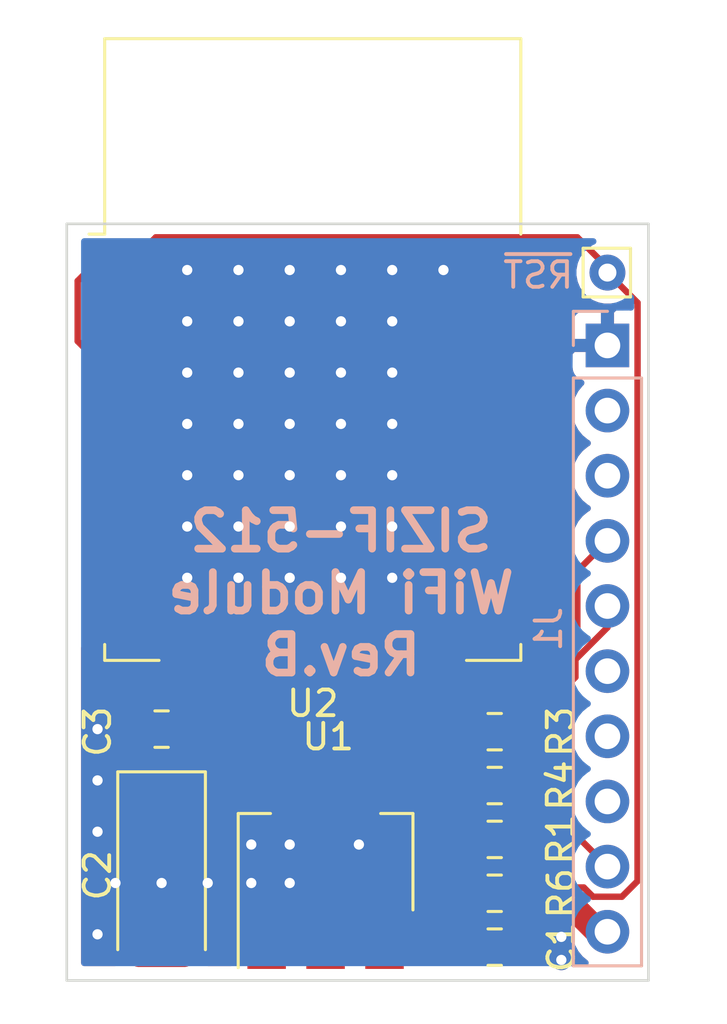
<source format=kicad_pcb>
(kicad_pcb (version 20171130) (host pcbnew "(5.1.4)-1")

  (general
    (thickness 1.6)
    (drawings 5)
    (tracks 132)
    (zones 0)
    (modules 11)
    (nets 11)
  )

  (page A4)
  (title_block
    (title "WiFi module for SIZIF-512")
    (date 2020-07-01)
    (rev B)
  )

  (layers
    (0 F.Cu signal)
    (31 B.Cu signal)
    (32 B.Adhes user)
    (33 F.Adhes user)
    (34 B.Paste user)
    (35 F.Paste user)
    (36 B.SilkS user)
    (37 F.SilkS user)
    (38 B.Mask user)
    (39 F.Mask user)
    (40 Dwgs.User user)
    (41 Cmts.User user)
    (42 Eco1.User user)
    (43 Eco2.User user)
    (44 Edge.Cuts user)
    (45 Margin user)
    (46 B.CrtYd user)
    (47 F.CrtYd user)
    (48 B.Fab user)
    (49 F.Fab user)
  )

  (setup
    (last_trace_width 0.25)
    (user_trace_width 0.25)
    (user_trace_width 1)
    (trace_clearance 0.2)
    (zone_clearance 0.508)
    (zone_45_only no)
    (trace_min 0.2)
    (via_size 0.8)
    (via_drill 0.4)
    (via_min_size 0.4)
    (via_min_drill 0.3)
    (uvia_size 0.3)
    (uvia_drill 0.1)
    (uvias_allowed no)
    (uvia_min_size 0.2)
    (uvia_min_drill 0.1)
    (edge_width 0.05)
    (segment_width 0.2)
    (pcb_text_width 0.3)
    (pcb_text_size 1.5 1.5)
    (mod_edge_width 0.12)
    (mod_text_size 1 1)
    (mod_text_width 0.15)
    (pad_size 1.524 1.524)
    (pad_drill 0.762)
    (pad_to_mask_clearance 0.051)
    (solder_mask_min_width 0.25)
    (aux_axis_origin 0 0)
    (visible_elements 7FFFFF7F)
    (pcbplotparams
      (layerselection 0x010f0_ffffffff)
      (usegerberextensions false)
      (usegerberattributes false)
      (usegerberadvancedattributes false)
      (creategerberjobfile false)
      (excludeedgelayer true)
      (linewidth 0.100000)
      (plotframeref false)
      (viasonmask false)
      (mode 1)
      (useauxorigin false)
      (hpglpennumber 1)
      (hpglpenspeed 20)
      (hpglpendiameter 15.000000)
      (psnegative false)
      (psa4output false)
      (plotreference true)
      (plotvalue false)
      (plotinvisibletext false)
      (padsonsilk true)
      (subtractmaskfromsilk false)
      (outputformat 1)
      (mirror false)
      (drillshape 0)
      (scaleselection 1)
      (outputdirectory "out/gerber/"))
  )

  (net 0 "")
  (net 1 GND)
  (net 2 +5V)
  (net 3 +3V3)
  (net 4 RX)
  (net 5 TX)
  (net 6 CTS)
  (net 7 "Net-(R1-Pad1)")
  (net 8 "Net-(R3-Pad1)")
  (net 9 "Net-(R4-Pad1)")
  (net 10 "Net-(R6-Pad1)")

  (net_class Default "This is the default net class."
    (clearance 0.2)
    (trace_width 0.25)
    (via_dia 0.8)
    (via_drill 0.4)
    (uvia_dia 0.3)
    (uvia_drill 0.1)
    (add_net +3V3)
    (add_net +5V)
    (add_net CTS)
    (add_net GND)
    (add_net "Net-(R1-Pad1)")
    (add_net "Net-(R3-Pad1)")
    (add_net "Net-(R4-Pad1)")
    (add_net "Net-(R6-Pad1)")
    (add_net RX)
    (add_net TX)
  )

  (module Capacitor_SMD:C_0805_2012Metric_Pad1.15x1.40mm_HandSolder (layer F.Cu) (tedit 5B36C52B) (tstamp 5EFCB700)
    (at 153.1 101.5)
    (descr "Capacitor SMD 0805 (2012 Metric), square (rectangular) end terminal, IPC_7351 nominal with elongated pad for handsoldering. (Body size source: https://docs.google.com/spreadsheets/d/1BsfQQcO9C6DZCsRaXUlFlo91Tg2WpOkGARC1WS5S8t0/edit?usp=sharing), generated with kicad-footprint-generator")
    (tags "capacitor handsolder")
    (path /5EA5B3D0)
    (attr smd)
    (fp_text reference R3 (at 2.575 0 270) (layer F.SilkS)
      (effects (font (size 1 1) (thickness 0.15)))
    )
    (fp_text value 560 (at 2.9 0.1) (layer F.Fab)
      (effects (font (size 1 1) (thickness 0.15)))
    )
    (fp_line (start -1 0.6) (end -1 -0.6) (layer F.Fab) (width 0.1))
    (fp_line (start -1 -0.6) (end 1 -0.6) (layer F.Fab) (width 0.1))
    (fp_line (start 1 -0.6) (end 1 0.6) (layer F.Fab) (width 0.1))
    (fp_line (start 1 0.6) (end -1 0.6) (layer F.Fab) (width 0.1))
    (fp_line (start -0.261252 -0.71) (end 0.261252 -0.71) (layer F.SilkS) (width 0.12))
    (fp_line (start -0.261252 0.71) (end 0.261252 0.71) (layer F.SilkS) (width 0.12))
    (fp_line (start -1.85 0.95) (end -1.85 -0.95) (layer F.CrtYd) (width 0.05))
    (fp_line (start -1.85 -0.95) (end 1.85 -0.95) (layer F.CrtYd) (width 0.05))
    (fp_line (start 1.85 -0.95) (end 1.85 0.95) (layer F.CrtYd) (width 0.05))
    (fp_line (start 1.85 0.95) (end -1.85 0.95) (layer F.CrtYd) (width 0.05))
    (fp_text user %R (at 0 0) (layer F.Fab)
      (effects (font (size 0.5 0.5) (thickness 0.08)))
    )
    (pad 1 smd roundrect (at -1.025 0) (size 1.15 1.4) (layers F.Cu F.Paste F.Mask) (roundrect_rratio 0.217391)
      (net 8 "Net-(R3-Pad1)"))
    (pad 2 smd roundrect (at 1.025 0) (size 1.15 1.4) (layers F.Cu F.Paste F.Mask) (roundrect_rratio 0.217391)
      (net 5 TX))
    (model ${KISYS3DMOD}/Capacitor_SMD.3dshapes/C_0805_2012Metric.wrl
      (at (xyz 0 0 0))
      (scale (xyz 1 1 1))
      (rotate (xyz 0 0 0))
    )
  )

  (module Connector_PinSocket_2.54mm:PinSocket_1x10_P2.54mm_Vertical (layer B.Cu) (tedit 5A19A425) (tstamp 5EA470F3)
    (at 157.5 86.44 180)
    (descr "Through hole straight socket strip, 1x10, 2.54mm pitch, single row (from Kicad 4.0.7), script generated")
    (tags "Through hole socket strip THT 1x10 2.54mm single row")
    (path /5EA42390)
    (fp_text reference J1 (at 2.3 -11.06 90) (layer B.SilkS)
      (effects (font (size 1 1) (thickness 0.15)) (justify mirror))
    )
    (fp_text value Conn_01x10 (at 0 -25.63) (layer B.Fab)
      (effects (font (size 1 1) (thickness 0.15)) (justify mirror))
    )
    (fp_line (start -1.27 1.27) (end 0.635 1.27) (layer B.Fab) (width 0.1))
    (fp_line (start 0.635 1.27) (end 1.27 0.635) (layer B.Fab) (width 0.1))
    (fp_line (start 1.27 0.635) (end 1.27 -24.13) (layer B.Fab) (width 0.1))
    (fp_line (start 1.27 -24.13) (end -1.27 -24.13) (layer B.Fab) (width 0.1))
    (fp_line (start -1.27 -24.13) (end -1.27 1.27) (layer B.Fab) (width 0.1))
    (fp_line (start -1.33 -1.27) (end 1.33 -1.27) (layer B.SilkS) (width 0.12))
    (fp_line (start -1.33 -1.27) (end -1.33 -24.19) (layer B.SilkS) (width 0.12))
    (fp_line (start -1.33 -24.19) (end 1.33 -24.19) (layer B.SilkS) (width 0.12))
    (fp_line (start 1.33 -1.27) (end 1.33 -24.19) (layer B.SilkS) (width 0.12))
    (fp_line (start 1.33 1.33) (end 1.33 0) (layer B.SilkS) (width 0.12))
    (fp_line (start 0 1.33) (end 1.33 1.33) (layer B.SilkS) (width 0.12))
    (fp_line (start -1.8 1.8) (end 1.75 1.8) (layer B.CrtYd) (width 0.05))
    (fp_line (start 1.75 1.8) (end 1.75 -24.6) (layer B.CrtYd) (width 0.05))
    (fp_line (start 1.75 -24.6) (end -1.8 -24.6) (layer B.CrtYd) (width 0.05))
    (fp_line (start -1.8 -24.6) (end -1.8 1.8) (layer B.CrtYd) (width 0.05))
    (fp_text user %R (at 0 -11.43) (layer B.Fab)
      (effects (font (size 1 1) (thickness 0.15)) (justify mirror))
    )
    (pad 1 thru_hole rect (at 0 0 180) (size 1.7 1.7) (drill 1) (layers *.Cu *.Mask)
      (net 1 GND))
    (pad 2 thru_hole oval (at 0 -2.54 180) (size 1.7 1.7) (drill 1) (layers *.Cu *.Mask))
    (pad 3 thru_hole oval (at 0 -5.08 180) (size 1.7 1.7) (drill 1) (layers *.Cu *.Mask))
    (pad 4 thru_hole oval (at 0 -7.62 180) (size 1.7 1.7) (drill 1) (layers *.Cu *.Mask)
      (net 6 CTS))
    (pad 5 thru_hole oval (at 0 -10.16 180) (size 1.7 1.7) (drill 1) (layers *.Cu *.Mask)
      (net 5 TX))
    (pad 6 thru_hole oval (at 0 -12.7 180) (size 1.7 1.7) (drill 1) (layers *.Cu *.Mask))
    (pad 7 thru_hole oval (at 0 -15.24 180) (size 1.7 1.7) (drill 1) (layers *.Cu *.Mask))
    (pad 8 thru_hole oval (at 0 -17.78 180) (size 1.7 1.7) (drill 1) (layers *.Cu *.Mask))
    (pad 9 thru_hole oval (at 0 -20.32 180) (size 1.7 1.7) (drill 1) (layers *.Cu *.Mask)
      (net 4 RX))
    (pad 10 thru_hole oval (at 0 -22.86 180) (size 1.7 1.7) (drill 1) (layers *.Cu *.Mask)
      (net 2 +5V))
    (model ${KISYS3DMOD}/Connector_PinSocket_2.54mm.3dshapes/PinSocket_1x10_P2.54mm_Vertical.wrl
      (at (xyz 0 0 0))
      (scale (xyz 1 1 1))
      (rotate (xyz 0 0 0))
    )
  )

  (module Connector_Pin:Pin_D0.7mm_L6.5mm_W1.8mm_FlatFork (layer F.Cu) (tedit 5A1DC084) (tstamp 5EA48DAA)
    (at 157.5 83.6)
    (descr "solder Pin_ with flat fork, hole diameter 0.7mm, length 6.5mm, width 1.8mm")
    (tags "solder Pin_ with flat fork")
    (path /5EA48AE7)
    (fp_text reference TP1 (at -2.7 0) (layer B.SilkS) hide
      (effects (font (size 1 1) (thickness 0.15)) (justify mirror))
    )
    (fp_text value TestPoint (at 0 -1.8) (layer F.Fab) hide
      (effects (font (size 1 1) (thickness 0.15)))
    )
    (fp_line (start 1.35 1.2) (end -1.4 1.2) (layer F.CrtYd) (width 0.05))
    (fp_line (start 1.35 1.2) (end 1.35 -1.2) (layer F.CrtYd) (width 0.05))
    (fp_line (start -1.4 -1.2) (end -1.4 1.2) (layer F.CrtYd) (width 0.05))
    (fp_line (start -1.4 -1.2) (end 1.35 -1.2) (layer F.CrtYd) (width 0.05))
    (fp_line (start -0.9 0.25) (end -0.9 -0.25) (layer F.Fab) (width 0.12))
    (fp_line (start 0.85 0.25) (end -0.9 0.25) (layer F.Fab) (width 0.12))
    (fp_line (start 0.85 -0.25) (end 0.85 0.25) (layer F.Fab) (width 0.12))
    (fp_line (start -0.9 -0.25) (end 0.85 -0.25) (layer F.Fab) (width 0.12))
    (fp_line (start 0.9 -0.95) (end -0.95 -0.95) (layer F.SilkS) (width 0.12))
    (fp_line (start 0.9 -0.9) (end 0.9 -0.95) (layer F.SilkS) (width 0.12))
    (fp_line (start 0.9 0.95) (end 0.9 -0.9) (layer F.SilkS) (width 0.12))
    (fp_line (start -0.95 0.95) (end 0.9 0.95) (layer F.SilkS) (width 0.12))
    (fp_line (start -0.95 -0.95) (end -0.95 0.95) (layer F.SilkS) (width 0.12))
    (fp_text user %R (at 0 1.8) (layer F.Fab) hide
      (effects (font (size 1 1) (thickness 0.15)))
    )
    (fp_text user ~RST (at -2.7 0.1) (layer B.SilkS)
      (effects (font (size 1 1) (thickness 0.15)) (justify mirror))
    )
    (pad 1 thru_hole circle (at 0 0) (size 1.4 1.4) (drill 0.7) (layers *.Cu *.Mask)
      (net 10 "Net-(R6-Pad1)"))
  )

  (module RF_Module:ESP-12E (layer F.Cu) (tedit 5A030172) (tstamp 5EF37A9F)
    (at 146 86.6)
    (descr "Wi-Fi Module, http://wiki.ai-thinker.com/_media/esp8266/docs/aithinker_esp_12f_datasheet_en.pdf")
    (tags "Wi-Fi Module")
    (path /5EA6B089)
    (attr smd)
    (fp_text reference U2 (at 0 13.8) (layer F.SilkS)
      (effects (font (size 1 1) (thickness 0.15)))
    )
    (fp_text value ESP-12E (at -0.06 -12.78) (layer F.Fab)
      (effects (font (size 1 1) (thickness 0.15)))
    )
    (fp_text user Antenna (at -0.06 -7 180) (layer Cmts.User)
      (effects (font (size 1 1) (thickness 0.15)))
    )
    (fp_text user "KEEP-OUT ZONE" (at 0.03 -9.55 180) (layer Cmts.User)
      (effects (font (size 1 1) (thickness 0.15)))
    )
    (fp_text user %R (at 0.49 -0.8) (layer F.Fab)
      (effects (font (size 1 1) (thickness 0.15)))
    )
    (fp_line (start -8 -12) (end 8 -12) (layer F.Fab) (width 0.12))
    (fp_line (start 8 -12) (end 8 12) (layer F.Fab) (width 0.12))
    (fp_line (start 8 12) (end -8 12) (layer F.Fab) (width 0.12))
    (fp_line (start -8 12) (end -8 -3) (layer F.Fab) (width 0.12))
    (fp_line (start -8 -3) (end -7.5 -3.5) (layer F.Fab) (width 0.12))
    (fp_line (start -7.5 -3.5) (end -8 -4) (layer F.Fab) (width 0.12))
    (fp_line (start -8 -4) (end -8 -12) (layer F.Fab) (width 0.12))
    (fp_line (start -9.05 -12.2) (end 9.05 -12.2) (layer F.CrtYd) (width 0.05))
    (fp_line (start 9.05 -12.2) (end 9.05 13.1) (layer F.CrtYd) (width 0.05))
    (fp_line (start 9.05 13.1) (end -9.05 13.1) (layer F.CrtYd) (width 0.05))
    (fp_line (start -9.05 13.1) (end -9.05 -12.2) (layer F.CrtYd) (width 0.05))
    (fp_line (start -8.12 -12.12) (end 8.12 -12.12) (layer F.SilkS) (width 0.12))
    (fp_line (start 8.12 -12.12) (end 8.12 -4.5) (layer F.SilkS) (width 0.12))
    (fp_line (start 8.12 11.5) (end 8.12 12.12) (layer F.SilkS) (width 0.12))
    (fp_line (start 8.12 12.12) (end 6 12.12) (layer F.SilkS) (width 0.12))
    (fp_line (start -6 12.12) (end -8.12 12.12) (layer F.SilkS) (width 0.12))
    (fp_line (start -8.12 12.12) (end -8.12 11.5) (layer F.SilkS) (width 0.12))
    (fp_line (start -8.12 -4.5) (end -8.12 -12.12) (layer F.SilkS) (width 0.12))
    (fp_line (start -8.12 -4.5) (end -8.73 -4.5) (layer F.SilkS) (width 0.12))
    (fp_line (start -8.12 -12.12) (end 8.12 -12.12) (layer Dwgs.User) (width 0.12))
    (fp_line (start 8.12 -12.12) (end 8.12 -4.8) (layer Dwgs.User) (width 0.12))
    (fp_line (start 8.12 -4.8) (end -8.12 -4.8) (layer Dwgs.User) (width 0.12))
    (fp_line (start -8.12 -4.8) (end -8.12 -12.12) (layer Dwgs.User) (width 0.12))
    (fp_line (start -8.12 -9.12) (end -5.12 -12.12) (layer Dwgs.User) (width 0.12))
    (fp_line (start -8.12 -6.12) (end -2.12 -12.12) (layer Dwgs.User) (width 0.12))
    (fp_line (start -6.44 -4.8) (end 0.88 -12.12) (layer Dwgs.User) (width 0.12))
    (fp_line (start -3.44 -4.8) (end 3.88 -12.12) (layer Dwgs.User) (width 0.12))
    (fp_line (start -0.44 -4.8) (end 6.88 -12.12) (layer Dwgs.User) (width 0.12))
    (fp_line (start 2.56 -4.8) (end 8.12 -10.36) (layer Dwgs.User) (width 0.12))
    (fp_line (start 5.56 -4.8) (end 8.12 -7.36) (layer Dwgs.User) (width 0.12))
    (pad 1 smd rect (at -7.6 -3.5) (size 2.5 1) (layers F.Cu F.Paste F.Mask)
      (net 10 "Net-(R6-Pad1)"))
    (pad 2 smd rect (at -7.6 -1.5) (size 2.5 1) (layers F.Cu F.Paste F.Mask))
    (pad 3 smd rect (at -7.6 0.5) (size 2.5 1) (layers F.Cu F.Paste F.Mask)
      (net 10 "Net-(R6-Pad1)"))
    (pad 4 smd rect (at -7.6 2.5) (size 2.5 1) (layers F.Cu F.Paste F.Mask))
    (pad 5 smd rect (at -7.6 4.5) (size 2.5 1) (layers F.Cu F.Paste F.Mask))
    (pad 6 smd rect (at -7.6 6.5) (size 2.5 1) (layers F.Cu F.Paste F.Mask))
    (pad 7 smd rect (at -7.6 8.5) (size 2.5 1) (layers F.Cu F.Paste F.Mask)
      (net 9 "Net-(R4-Pad1)"))
    (pad 8 smd rect (at -7.6 10.5) (size 2.5 1) (layers F.Cu F.Paste F.Mask)
      (net 3 +3V3))
    (pad 9 smd rect (at -5 12) (size 1 1.8) (layers F.Cu F.Paste F.Mask))
    (pad 10 smd rect (at -3 12) (size 1 1.8) (layers F.Cu F.Paste F.Mask))
    (pad 11 smd rect (at -1 12) (size 1 1.8) (layers F.Cu F.Paste F.Mask))
    (pad 12 smd rect (at 1 12) (size 1 1.8) (layers F.Cu F.Paste F.Mask))
    (pad 13 smd rect (at 3 12) (size 1 1.8) (layers F.Cu F.Paste F.Mask))
    (pad 14 smd rect (at 5 12) (size 1 1.8) (layers F.Cu F.Paste F.Mask))
    (pad 15 smd rect (at 7.6 10.5) (size 2.5 1) (layers F.Cu F.Paste F.Mask)
      (net 1 GND))
    (pad 16 smd rect (at 7.6 8.5) (size 2.5 1) (layers F.Cu F.Paste F.Mask)
      (net 1 GND))
    (pad 17 smd rect (at 7.6 6.5) (size 2.5 1) (layers F.Cu F.Paste F.Mask))
    (pad 18 smd rect (at 7.6 4.5) (size 2.5 1) (layers F.Cu F.Paste F.Mask))
    (pad 19 smd rect (at 7.6 2.5) (size 2.5 1) (layers F.Cu F.Paste F.Mask))
    (pad 20 smd rect (at 7.6 0.5) (size 2.5 1) (layers F.Cu F.Paste F.Mask))
    (pad 21 smd rect (at 7.6 -1.5) (size 2.5 1) (layers F.Cu F.Paste F.Mask)
      (net 8 "Net-(R3-Pad1)"))
    (pad 22 smd rect (at 7.6 -3.5) (size 2.5 1) (layers F.Cu F.Paste F.Mask)
      (net 7 "Net-(R1-Pad1)"))
    (model ${KISYS3DMOD}/RF_Module.3dshapes/ESP-12E.wrl
      (at (xyz 0 0 0))
      (scale (xyz 1 1 1))
      (rotate (xyz 0 0 0))
    )
    (model ${MYLIBPATH}/kicad-ESP8266/ESP8266.3dshapes/ESP-12-E-better.wrl
      (offset (xyz -7 3.5 0))
      (scale (xyz 1 1 1))
      (rotate (xyz 0 0 0))
    )
  )

  (module Capacitor_Tantalum_SMD:CP_EIA-6032-15_Kemet-U_Pad2.25x2.35mm_HandSolder (layer F.Cu) (tedit 5B301BBE) (tstamp 5EA4A0BD)
    (at 140.1 107 270)
    (descr "Tantalum Capacitor SMD Kemet-U (6032-15 Metric), IPC_7351 nominal, (Body size from: http://www.kemet.com/Lists/ProductCatalog/Attachments/253/KEM_TC101_STD.pdf), generated with kicad-footprint-generator")
    (tags "capacitor tantalum")
    (path /5EA5028B)
    (attr smd)
    (fp_text reference C2 (at 0.1 2.5 90) (layer F.SilkS)
      (effects (font (size 1 1) (thickness 0.15)))
    )
    (fp_text value 100u (at 0 4.3 180) (layer F.Fab)
      (effects (font (size 1 1) (thickness 0.15)))
    )
    (fp_line (start 3 -1.6) (end -2.2 -1.6) (layer F.Fab) (width 0.1))
    (fp_line (start -2.2 -1.6) (end -3 -0.8) (layer F.Fab) (width 0.1))
    (fp_line (start -3 -0.8) (end -3 1.6) (layer F.Fab) (width 0.1))
    (fp_line (start -3 1.6) (end 3 1.6) (layer F.Fab) (width 0.1))
    (fp_line (start 3 1.6) (end 3 -1.6) (layer F.Fab) (width 0.1))
    (fp_line (start 3 -1.71) (end -3.935 -1.71) (layer F.SilkS) (width 0.12))
    (fp_line (start -3.935 -1.71) (end -3.935 1.71) (layer F.SilkS) (width 0.12))
    (fp_line (start -3.935 1.71) (end 3 1.71) (layer F.SilkS) (width 0.12))
    (fp_line (start -3.92 1.85) (end -3.92 -1.85) (layer F.CrtYd) (width 0.05))
    (fp_line (start -3.92 -1.85) (end 3.92 -1.85) (layer F.CrtYd) (width 0.05))
    (fp_line (start 3.92 -1.85) (end 3.92 1.85) (layer F.CrtYd) (width 0.05))
    (fp_line (start 3.92 1.85) (end -3.92 1.85) (layer F.CrtYd) (width 0.05))
    (fp_text user %R (at 0 0 180) (layer F.Fab)
      (effects (font (size 1 1) (thickness 0.15)))
    )
    (pad 1 smd roundrect (at -2.55 0 270) (size 2.25 2.35) (layers F.Cu F.Paste F.Mask) (roundrect_rratio 0.111111)
      (net 3 +3V3))
    (pad 2 smd roundrect (at 2.55 0 270) (size 2.25 2.35) (layers F.Cu F.Paste F.Mask) (roundrect_rratio 0.111111)
      (net 1 GND))
    (model ${KISYS3DMOD}/Capacitor_Tantalum_SMD.3dshapes/CP_EIA-6032-15_Kemet-U.wrl
      (at (xyz 0 0 0))
      (scale (xyz 1 1 1))
      (rotate (xyz 0 0 0))
    )
  )

  (module Package_TO_SOT_SMD:SOT-223-3_TabPin2 (layer F.Cu) (tedit 5A02FF57) (tstamp 5EA48580)
    (at 146.5 106.6 90)
    (descr "module CMS SOT223 4 pins")
    (tags "CMS SOT")
    (path /5EA457DB)
    (attr smd)
    (fp_text reference U1 (at 4.9 0.1 180) (layer F.SilkS)
      (effects (font (size 1 1) (thickness 0.15)))
    )
    (fp_text value AMS1117-3.3 (at -5.4 0 180) (layer F.Fab)
      (effects (font (size 1 1) (thickness 0.15)))
    )
    (fp_line (start 1.85 -3.35) (end 1.85 3.35) (layer F.Fab) (width 0.1))
    (fp_line (start -1.85 3.35) (end 1.85 3.35) (layer F.Fab) (width 0.1))
    (fp_line (start -4.1 -3.41) (end 1.91 -3.41) (layer F.SilkS) (width 0.12))
    (fp_line (start -0.85 -3.35) (end 1.85 -3.35) (layer F.Fab) (width 0.1))
    (fp_line (start -1.85 3.41) (end 1.91 3.41) (layer F.SilkS) (width 0.12))
    (fp_line (start -1.85 -2.35) (end -1.85 3.35) (layer F.Fab) (width 0.1))
    (fp_line (start -1.85 -2.35) (end -0.85 -3.35) (layer F.Fab) (width 0.1))
    (fp_line (start -4.4 -3.6) (end -4.4 3.6) (layer F.CrtYd) (width 0.05))
    (fp_line (start -4.4 3.6) (end 4.4 3.6) (layer F.CrtYd) (width 0.05))
    (fp_line (start 4.4 3.6) (end 4.4 -3.6) (layer F.CrtYd) (width 0.05))
    (fp_line (start 4.4 -3.6) (end -4.4 -3.6) (layer F.CrtYd) (width 0.05))
    (fp_line (start 1.91 -3.41) (end 1.91 -2.15) (layer F.SilkS) (width 0.12))
    (fp_line (start 1.91 3.41) (end 1.91 2.15) (layer F.SilkS) (width 0.12))
    (fp_text user %R (at 0 0) (layer F.Fab)
      (effects (font (size 0.8 0.8) (thickness 0.12)))
    )
    (pad 1 smd rect (at -3.15 -2.3 90) (size 2 1.5) (layers F.Cu F.Paste F.Mask)
      (net 1 GND))
    (pad 3 smd rect (at -3.15 2.3 90) (size 2 1.5) (layers F.Cu F.Paste F.Mask)
      (net 2 +5V))
    (pad 2 smd rect (at -3.15 0 90) (size 2 1.5) (layers F.Cu F.Paste F.Mask)
      (net 3 +3V3))
    (pad 2 smd rect (at 3.15 0 90) (size 2 3.8) (layers F.Cu F.Paste F.Mask)
      (net 3 +3V3))
    (model ${KISYS3DMOD}/Package_TO_SOT_SMD.3dshapes/SOT-223.wrl
      (at (xyz 0 0 0))
      (scale (xyz 1 1 1))
      (rotate (xyz 0 0 0))
    )
  )

  (module Capacitor_SMD:C_0805_2012Metric_Pad1.15x1.40mm_HandSolder (layer F.Cu) (tedit 5B36C52B) (tstamp 5EFCB399)
    (at 153.1 107.8 180)
    (descr "Capacitor SMD 0805 (2012 Metric), square (rectangular) end terminal, IPC_7351 nominal with elongated pad for handsoldering. (Body size source: https://docs.google.com/spreadsheets/d/1BsfQQcO9C6DZCsRaXUlFlo91Tg2WpOkGARC1WS5S8t0/edit?usp=sharing), generated with kicad-footprint-generator")
    (tags "capacitor handsolder")
    (path /5EA7D23F)
    (attr smd)
    (fp_text reference R6 (at -2.6 0 270) (layer F.SilkS)
      (effects (font (size 1 1) (thickness 0.15)))
    )
    (fp_text value 10k (at -2.9 0) (layer F.Fab)
      (effects (font (size 1 1) (thickness 0.15)))
    )
    (fp_text user %R (at 0 0) (layer F.Fab)
      (effects (font (size 0.5 0.5) (thickness 0.08)))
    )
    (fp_line (start 1.85 0.95) (end -1.85 0.95) (layer F.CrtYd) (width 0.05))
    (fp_line (start 1.85 -0.95) (end 1.85 0.95) (layer F.CrtYd) (width 0.05))
    (fp_line (start -1.85 -0.95) (end 1.85 -0.95) (layer F.CrtYd) (width 0.05))
    (fp_line (start -1.85 0.95) (end -1.85 -0.95) (layer F.CrtYd) (width 0.05))
    (fp_line (start -0.261252 0.71) (end 0.261252 0.71) (layer F.SilkS) (width 0.12))
    (fp_line (start -0.261252 -0.71) (end 0.261252 -0.71) (layer F.SilkS) (width 0.12))
    (fp_line (start 1 0.6) (end -1 0.6) (layer F.Fab) (width 0.1))
    (fp_line (start 1 -0.6) (end 1 0.6) (layer F.Fab) (width 0.1))
    (fp_line (start -1 -0.6) (end 1 -0.6) (layer F.Fab) (width 0.1))
    (fp_line (start -1 0.6) (end -1 -0.6) (layer F.Fab) (width 0.1))
    (pad 2 smd roundrect (at 1.025 0 180) (size 1.15 1.4) (layers F.Cu F.Paste F.Mask) (roundrect_rratio 0.217391)
      (net 3 +3V3))
    (pad 1 smd roundrect (at -1.025 0 180) (size 1.15 1.4) (layers F.Cu F.Paste F.Mask) (roundrect_rratio 0.217391)
      (net 10 "Net-(R6-Pad1)"))
    (model ${KISYS3DMOD}/Capacitor_SMD.3dshapes/C_0805_2012Metric.wrl
      (at (xyz 0 0 0))
      (scale (xyz 1 1 1))
      (rotate (xyz 0 0 0))
    )
  )

  (module Capacitor_SMD:C_0805_2012Metric_Pad1.15x1.40mm_HandSolder (layer F.Cu) (tedit 5B36C52B) (tstamp 5EFCB730)
    (at 153.1 103.6)
    (descr "Capacitor SMD 0805 (2012 Metric), square (rectangular) end terminal, IPC_7351 nominal with elongated pad for handsoldering. (Body size source: https://docs.google.com/spreadsheets/d/1BsfQQcO9C6DZCsRaXUlFlo91Tg2WpOkGARC1WS5S8t0/edit?usp=sharing), generated with kicad-footprint-generator")
    (tags "capacitor handsolder")
    (path /5EA5A557)
    (attr smd)
    (fp_text reference R4 (at 2.575 0 90) (layer F.SilkS)
      (effects (font (size 1 1) (thickness 0.15)))
    )
    (fp_text value 560 (at 2.8 0) (layer F.Fab)
      (effects (font (size 1 1) (thickness 0.15)))
    )
    (fp_line (start -1 0.6) (end -1 -0.6) (layer F.Fab) (width 0.1))
    (fp_line (start -1 -0.6) (end 1 -0.6) (layer F.Fab) (width 0.1))
    (fp_line (start 1 -0.6) (end 1 0.6) (layer F.Fab) (width 0.1))
    (fp_line (start 1 0.6) (end -1 0.6) (layer F.Fab) (width 0.1))
    (fp_line (start -0.261252 -0.71) (end 0.261252 -0.71) (layer F.SilkS) (width 0.12))
    (fp_line (start -0.261252 0.71) (end 0.261252 0.71) (layer F.SilkS) (width 0.12))
    (fp_line (start -1.85 0.95) (end -1.85 -0.95) (layer F.CrtYd) (width 0.05))
    (fp_line (start -1.85 -0.95) (end 1.85 -0.95) (layer F.CrtYd) (width 0.05))
    (fp_line (start 1.85 -0.95) (end 1.85 0.95) (layer F.CrtYd) (width 0.05))
    (fp_line (start 1.85 0.95) (end -1.85 0.95) (layer F.CrtYd) (width 0.05))
    (fp_text user %R (at 0 0) (layer F.Fab)
      (effects (font (size 0.5 0.5) (thickness 0.08)))
    )
    (pad 1 smd roundrect (at -1.025 0) (size 1.15 1.4) (layers F.Cu F.Paste F.Mask) (roundrect_rratio 0.217391)
      (net 9 "Net-(R4-Pad1)"))
    (pad 2 smd roundrect (at 1.025 0) (size 1.15 1.4) (layers F.Cu F.Paste F.Mask) (roundrect_rratio 0.217391)
      (net 6 CTS))
    (model ${KISYS3DMOD}/Capacitor_SMD.3dshapes/C_0805_2012Metric.wrl
      (at (xyz 0 0 0))
      (scale (xyz 1 1 1))
      (rotate (xyz 0 0 0))
    )
  )

  (module Capacitor_SMD:C_0805_2012Metric_Pad1.15x1.40mm_HandSolder (layer F.Cu) (tedit 5B36C52B) (tstamp 5EFCBA6E)
    (at 153.1 105.7)
    (descr "Capacitor SMD 0805 (2012 Metric), square (rectangular) end terminal, IPC_7351 nominal with elongated pad for handsoldering. (Body size source: https://docs.google.com/spreadsheets/d/1BsfQQcO9C6DZCsRaXUlFlo91Tg2WpOkGARC1WS5S8t0/edit?usp=sharing), generated with kicad-footprint-generator")
    (tags "capacitor handsolder")
    (path /5EA5B920)
    (attr smd)
    (fp_text reference R1 (at 2.575 0 90) (layer F.SilkS)
      (effects (font (size 1 1) (thickness 0.15)))
    )
    (fp_text value 47 (at 2.4 0 180) (layer F.Fab)
      (effects (font (size 1 1) (thickness 0.15)))
    )
    (fp_line (start -1 0.6) (end -1 -0.6) (layer F.Fab) (width 0.1))
    (fp_line (start -1 -0.6) (end 1 -0.6) (layer F.Fab) (width 0.1))
    (fp_line (start 1 -0.6) (end 1 0.6) (layer F.Fab) (width 0.1))
    (fp_line (start 1 0.6) (end -1 0.6) (layer F.Fab) (width 0.1))
    (fp_line (start -0.261252 -0.71) (end 0.261252 -0.71) (layer F.SilkS) (width 0.12))
    (fp_line (start -0.261252 0.71) (end 0.261252 0.71) (layer F.SilkS) (width 0.12))
    (fp_line (start -1.85 0.95) (end -1.85 -0.95) (layer F.CrtYd) (width 0.05))
    (fp_line (start -1.85 -0.95) (end 1.85 -0.95) (layer F.CrtYd) (width 0.05))
    (fp_line (start 1.85 -0.95) (end 1.85 0.95) (layer F.CrtYd) (width 0.05))
    (fp_line (start 1.85 0.95) (end -1.85 0.95) (layer F.CrtYd) (width 0.05))
    (fp_text user %R (at 0 0 180) (layer F.Fab)
      (effects (font (size 0.5 0.5) (thickness 0.08)))
    )
    (pad 1 smd roundrect (at -1.025 0) (size 1.15 1.4) (layers F.Cu F.Paste F.Mask) (roundrect_rratio 0.217391)
      (net 7 "Net-(R1-Pad1)"))
    (pad 2 smd roundrect (at 1.025 0) (size 1.15 1.4) (layers F.Cu F.Paste F.Mask) (roundrect_rratio 0.217391)
      (net 4 RX))
    (model ${KISYS3DMOD}/Capacitor_SMD.3dshapes/C_0805_2012Metric.wrl
      (at (xyz 0 0 0))
      (scale (xyz 1 1 1))
      (rotate (xyz 0 0 0))
    )
  )

  (module Capacitor_SMD:C_0805_2012Metric_Pad1.15x1.40mm_HandSolder (layer F.Cu) (tedit 5B36C52B) (tstamp 5EA47F7D)
    (at 140.1 101.4 180)
    (descr "Capacitor SMD 0805 (2012 Metric), square (rectangular) end terminal, IPC_7351 nominal with elongated pad for handsoldering. (Body size source: https://docs.google.com/spreadsheets/d/1BsfQQcO9C6DZCsRaXUlFlo91Tg2WpOkGARC1WS5S8t0/edit?usp=sharing), generated with kicad-footprint-generator")
    (tags "capacitor handsolder")
    (path /5EA4E735)
    (attr smd)
    (fp_text reference C3 (at 2.5 -0.1 90) (layer F.SilkS)
      (effects (font (size 1 1) (thickness 0.15)))
    )
    (fp_text value 100n (at 4.2 0) (layer F.Fab)
      (effects (font (size 1 1) (thickness 0.15)))
    )
    (fp_text user %R (at 0 0) (layer F.Fab)
      (effects (font (size 0.5 0.5) (thickness 0.08)))
    )
    (fp_line (start 1.85 0.95) (end -1.85 0.95) (layer F.CrtYd) (width 0.05))
    (fp_line (start 1.85 -0.95) (end 1.85 0.95) (layer F.CrtYd) (width 0.05))
    (fp_line (start -1.85 -0.95) (end 1.85 -0.95) (layer F.CrtYd) (width 0.05))
    (fp_line (start -1.85 0.95) (end -1.85 -0.95) (layer F.CrtYd) (width 0.05))
    (fp_line (start -0.261252 0.71) (end 0.261252 0.71) (layer F.SilkS) (width 0.12))
    (fp_line (start -0.261252 -0.71) (end 0.261252 -0.71) (layer F.SilkS) (width 0.12))
    (fp_line (start 1 0.6) (end -1 0.6) (layer F.Fab) (width 0.1))
    (fp_line (start 1 -0.6) (end 1 0.6) (layer F.Fab) (width 0.1))
    (fp_line (start -1 -0.6) (end 1 -0.6) (layer F.Fab) (width 0.1))
    (fp_line (start -1 0.6) (end -1 -0.6) (layer F.Fab) (width 0.1))
    (pad 2 smd roundrect (at 1.025 0 180) (size 1.15 1.4) (layers F.Cu F.Paste F.Mask) (roundrect_rratio 0.217391)
      (net 1 GND))
    (pad 1 smd roundrect (at -1.025 0 180) (size 1.15 1.4) (layers F.Cu F.Paste F.Mask) (roundrect_rratio 0.217391)
      (net 3 +3V3))
    (model ${KISYS3DMOD}/Capacitor_SMD.3dshapes/C_0805_2012Metric.wrl
      (at (xyz 0 0 0))
      (scale (xyz 1 1 1))
      (rotate (xyz 0 0 0))
    )
  )

  (module Capacitor_SMD:C_0805_2012Metric_Pad1.15x1.40mm_HandSolder (layer F.Cu) (tedit 5B36C52B) (tstamp 5EA470B3)
    (at 153.1 109.9)
    (descr "Capacitor SMD 0805 (2012 Metric), square (rectangular) end terminal, IPC_7351 nominal with elongated pad for handsoldering. (Body size source: https://docs.google.com/spreadsheets/d/1BsfQQcO9C6DZCsRaXUlFlo91Tg2WpOkGARC1WS5S8t0/edit?usp=sharing), generated with kicad-footprint-generator")
    (tags "capacitor handsolder")
    (path /5EA5F424)
    (attr smd)
    (fp_text reference C1 (at 2.6 0 90) (layer F.SilkS)
      (effects (font (size 1 1) (thickness 0.15)))
    )
    (fp_text value 100n (at 3.5 0) (layer F.Fab)
      (effects (font (size 1 1) (thickness 0.15)))
    )
    (fp_text user %R (at 0 0) (layer F.Fab)
      (effects (font (size 0.5 0.5) (thickness 0.08)))
    )
    (fp_line (start 1.85 0.95) (end -1.85 0.95) (layer F.CrtYd) (width 0.05))
    (fp_line (start 1.85 -0.95) (end 1.85 0.95) (layer F.CrtYd) (width 0.05))
    (fp_line (start -1.85 -0.95) (end 1.85 -0.95) (layer F.CrtYd) (width 0.05))
    (fp_line (start -1.85 0.95) (end -1.85 -0.95) (layer F.CrtYd) (width 0.05))
    (fp_line (start -0.261252 0.71) (end 0.261252 0.71) (layer F.SilkS) (width 0.12))
    (fp_line (start -0.261252 -0.71) (end 0.261252 -0.71) (layer F.SilkS) (width 0.12))
    (fp_line (start 1 0.6) (end -1 0.6) (layer F.Fab) (width 0.1))
    (fp_line (start 1 -0.6) (end 1 0.6) (layer F.Fab) (width 0.1))
    (fp_line (start -1 -0.6) (end 1 -0.6) (layer F.Fab) (width 0.1))
    (fp_line (start -1 0.6) (end -1 -0.6) (layer F.Fab) (width 0.1))
    (pad 2 smd roundrect (at 1.025 0) (size 1.15 1.4) (layers F.Cu F.Paste F.Mask) (roundrect_rratio 0.217391)
      (net 1 GND))
    (pad 1 smd roundrect (at -1.025 0) (size 1.15 1.4) (layers F.Cu F.Paste F.Mask) (roundrect_rratio 0.217391)
      (net 2 +5V))
    (model ${KISYS3DMOD}/Capacitor_SMD.3dshapes/C_0805_2012Metric.wrl
      (at (xyz 0 0 0))
      (scale (xyz 1 1 1))
      (rotate (xyz 0 0 0))
    )
  )

  (gr_text "SIZIF-512\nWiFi Module\nRev.B" (at 147.1 96.1) (layer B.SilkS)
    (effects (font (size 1.5 1.5) (thickness 0.3)) (justify mirror))
  )
  (gr_line (start 136.4 81.7) (end 159.1 81.7) (layer Edge.Cuts) (width 0.1))
  (gr_line (start 136.4 111.2) (end 136.4 81.7) (layer Edge.Cuts) (width 0.1))
  (gr_line (start 159.1 111.2) (end 136.4 111.2) (layer Edge.Cuts) (width 0.1))
  (gr_line (start 159.1 81.7) (end 159.1 111.2) (layer Edge.Cuts) (width 0.1))

  (via (at 137.6 101.4) (size 0.8) (drill 0.4) (layers F.Cu B.Cu) (net 1) (tstamp 5EFCDAA9))
  (via (at 147.8 105.9) (size 0.8) (drill 0.4) (layers F.Cu B.Cu) (net 1))
  (via (at 138.3 107.4) (size 0.8) (drill 0.4) (layers F.Cu B.Cu) (net 1))
  (via (at 140.1 107.4) (size 0.8) (drill 0.4) (layers F.Cu B.Cu) (net 1))
  (via (at 141.9 107.4) (size 0.8) (drill 0.4) (layers F.Cu B.Cu) (net 1))
  (via (at 155.7 110.4) (size 0.8) (drill 0.4) (layers F.Cu B.Cu) (net 1))
  (via (at 155.7 109.5) (size 0.8) (drill 0.4) (layers F.Cu B.Cu) (net 1))
  (via (at 141.1 83.5) (size 0.8) (drill 0.4) (layers F.Cu B.Cu) (net 1))
  (via (at 143.1 83.5) (size 0.8) (drill 0.4) (layers F.Cu B.Cu) (net 1) (tstamp 5EFCC4E2))
  (via (at 145.1 83.5) (size 0.8) (drill 0.4) (layers F.Cu B.Cu) (net 1) (tstamp 5EFCC4E4))
  (via (at 147.1 83.5) (size 0.8) (drill 0.4) (layers F.Cu B.Cu) (net 1) (tstamp 5EFCC4E6))
  (via (at 149.1 83.5) (size 0.8) (drill 0.4) (layers F.Cu B.Cu) (net 1) (tstamp 5EFCC4E8))
  (via (at 151.1 83.5) (size 0.8) (drill 0.4) (layers F.Cu B.Cu) (net 1) (tstamp 5EFCC4EA))
  (via (at 141.1 85.5) (size 0.8) (drill 0.4) (layers F.Cu B.Cu) (net 1) (tstamp 5EFCC4EC))
  (via (at 143.1 85.5) (size 0.8) (drill 0.4) (layers F.Cu B.Cu) (net 1) (tstamp 5EFCC4EE))
  (via (at 145.1 85.5) (size 0.8) (drill 0.4) (layers F.Cu B.Cu) (net 1) (tstamp 5EFCC4F0))
  (via (at 147.1 85.5) (size 0.8) (drill 0.4) (layers F.Cu B.Cu) (net 1) (tstamp 5EFCC4F2))
  (via (at 149.1 85.5) (size 0.8) (drill 0.4) (layers F.Cu B.Cu) (net 1) (tstamp 5EFCC4F4))
  (via (at 141.1 87.5) (size 0.8) (drill 0.4) (layers F.Cu B.Cu) (net 1) (tstamp 5EFCC4F8))
  (via (at 143.1 87.5) (size 0.8) (drill 0.4) (layers F.Cu B.Cu) (net 1) (tstamp 5EFCC4FA))
  (via (at 145.1 87.5) (size 0.8) (drill 0.4) (layers F.Cu B.Cu) (net 1) (tstamp 5EFCC4FC))
  (via (at 147.1 87.5) (size 0.8) (drill 0.4) (layers F.Cu B.Cu) (net 1) (tstamp 5EFCC4FE))
  (via (at 149.1 87.5) (size 0.8) (drill 0.4) (layers F.Cu B.Cu) (net 1) (tstamp 5EFCC500))
  (via (at 141.1 89.5) (size 0.8) (drill 0.4) (layers F.Cu B.Cu) (net 1) (tstamp 5EFCC504))
  (via (at 143.1 89.5) (size 0.8) (drill 0.4) (layers F.Cu B.Cu) (net 1) (tstamp 5EFCC506))
  (via (at 145.1 89.5) (size 0.8) (drill 0.4) (layers F.Cu B.Cu) (net 1) (tstamp 5EFCC508))
  (via (at 147.1 89.5) (size 0.8) (drill 0.4) (layers F.Cu B.Cu) (net 1) (tstamp 5EFCC50A))
  (via (at 149.1 89.5) (size 0.8) (drill 0.4) (layers F.Cu B.Cu) (net 1) (tstamp 5EFCC50C))
  (via (at 141.1 91.5) (size 0.8) (drill 0.4) (layers F.Cu B.Cu) (net 1) (tstamp 5EFCC510))
  (via (at 143.1 91.5) (size 0.8) (drill 0.4) (layers F.Cu B.Cu) (net 1) (tstamp 5EFCC512))
  (via (at 145.1 91.5) (size 0.8) (drill 0.4) (layers F.Cu B.Cu) (net 1) (tstamp 5EFCC514))
  (via (at 147.1 91.5) (size 0.8) (drill 0.4) (layers F.Cu B.Cu) (net 1) (tstamp 5EFCC516))
  (via (at 149.1 91.5) (size 0.8) (drill 0.4) (layers F.Cu B.Cu) (net 1) (tstamp 5EFCC518))
  (via (at 141.1 93.5) (size 0.8) (drill 0.4) (layers F.Cu B.Cu) (net 1) (tstamp 5EFCC51C))
  (via (at 143.1 93.5) (size 0.8) (drill 0.4) (layers F.Cu B.Cu) (net 1) (tstamp 5EFCC51E))
  (via (at 145.1 93.5) (size 0.8) (drill 0.4) (layers F.Cu B.Cu) (net 1) (tstamp 5EFCC520))
  (via (at 147.1 93.5) (size 0.8) (drill 0.4) (layers F.Cu B.Cu) (net 1) (tstamp 5EFCC522))
  (via (at 149.1 93.5) (size 0.8) (drill 0.4) (layers F.Cu B.Cu) (net 1) (tstamp 5EFCC524))
  (via (at 141.1 95.5) (size 0.8) (drill 0.4) (layers F.Cu B.Cu) (net 1) (tstamp 5EFCC528))
  (via (at 143.1 95.5) (size 0.8) (drill 0.4) (layers F.Cu B.Cu) (net 1) (tstamp 5EFCC52A))
  (via (at 145.1 95.5) (size 0.8) (drill 0.4) (layers F.Cu B.Cu) (net 1) (tstamp 5EFCC52C))
  (via (at 147.1 95.5) (size 0.8) (drill 0.4) (layers F.Cu B.Cu) (net 1) (tstamp 5EFCC52E))
  (via (at 149.1 95.5) (size 0.8) (drill 0.4) (layers F.Cu B.Cu) (net 1) (tstamp 5EFCC530))
  (via (at 143.6 107.4) (size 0.8) (drill 0.4) (layers F.Cu B.Cu) (net 1))
  (via (at 145.1 107.4) (size 0.8) (drill 0.4) (layers F.Cu B.Cu) (net 1))
  (via (at 145.1 105.9) (size 0.8) (drill 0.4) (layers F.Cu B.Cu) (net 1))
  (via (at 143.6 105.9) (size 0.8) (drill 0.4) (layers F.Cu B.Cu) (net 1))
  (via (at 137.6 103.4) (size 0.8) (drill 0.4) (layers F.Cu B.Cu) (net 1) (tstamp 5EFCDBDD))
  (via (at 137.6 105.4) (size 0.8) (drill 0.4) (layers F.Cu B.Cu) (net 1) (tstamp 5EFCDBDF))
  (via (at 137.6 109.4) (size 0.8) (drill 0.4) (layers F.Cu B.Cu) (net 1) (tstamp 5EFCDBE3))
  (segment (start 148.95 109.9) (end 148.8 109.75) (width 1) (layer F.Cu) (net 2))
  (segment (start 152.075 109.9) (end 148.95 109.9) (width 1) (layer F.Cu) (net 2))
  (segment (start 157.128002 109.3) (end 156.228001 108.399999) (width 1) (layer F.Cu) (net 2))
  (segment (start 157.5 109.3) (end 157.128002 109.3) (width 1) (layer F.Cu) (net 2))
  (segment (start 156.228001 108.399999) (end 155.40001 108.399999) (width 1) (layer F.Cu) (net 2))
  (segment (start 152.698372 109.276628) (end 152.075 109.9) (width 0.25) (layer F.Cu) (net 2))
  (segment (start 153.10001 108.87499) (end 152.698372 109.276628) (width 0.25) (layer F.Cu) (net 2))
  (segment (start 154.6382 108.87499) (end 153.10001 108.87499) (width 0.25) (layer F.Cu) (net 2))
  (segment (start 155.40001 108.399999) (end 155.113191 108.399999) (width 0.25) (layer F.Cu) (net 2))
  (segment (start 155.113191 108.399999) (end 154.6382 108.87499) (width 0.25) (layer F.Cu) (net 2))
  (segment (start 142.6 104.45) (end 140.1 104.45) (width 1) (layer F.Cu) (net 3))
  (segment (start 146.5 103.45) (end 143.6 103.45) (width 1) (layer F.Cu) (net 3))
  (segment (start 143.6 103.45) (end 142.6 104.45) (width 1) (layer F.Cu) (net 3))
  (segment (start 146.5 109.5) (end 146.5 109.75) (width 0.25) (layer F.Cu) (net 3))
  (segment (start 152.075 107.8) (end 148.2 107.8) (width 0.25) (layer F.Cu) (net 3))
  (segment (start 148.2 107.8) (end 146.5 109.5) (width 0.25) (layer F.Cu) (net 3))
  (segment (start 140.501628 100.776628) (end 141.125 101.4) (width 1) (layer F.Cu) (net 3))
  (segment (start 140.501628 100.708108) (end 140.501628 100.776628) (width 1) (layer F.Cu) (net 3))
  (segment (start 138.4 97.1) (end 138.4 98.60648) (width 1) (layer F.Cu) (net 3))
  (segment (start 138.4 98.60648) (end 140.501628 100.708108) (width 1) (layer F.Cu) (net 3))
  (segment (start 140.1 103.225) (end 140.1 104.45) (width 1) (layer F.Cu) (net 3))
  (segment (start 141.125 101.4) (end 141.125 102.2) (width 1) (layer F.Cu) (net 3))
  (segment (start 141.125 102.2) (end 140.1 103.225) (width 1) (layer F.Cu) (net 3))
  (segment (start 146.5 103.45) (end 146.5 109.75) (width 1) (layer F.Cu) (net 3))
  (segment (start 156.44 105.7) (end 157.5 106.76) (width 0.25) (layer F.Cu) (net 4))
  (segment (start 154.125 105.7) (end 156.44 105.7) (width 0.25) (layer F.Cu) (net 4))
  (segment (start 154.748372 100.876628) (end 154.125 101.5) (width 0.25) (layer F.Cu) (net 5))
  (segment (start 156.25001 99.37499) (end 154.748372 100.876628) (width 0.25) (layer F.Cu) (net 5))
  (segment (start 156.25001 98.6864) (end 156.25001 99.37499) (width 0.25) (layer F.Cu) (net 5))
  (segment (start 157.5 96.6) (end 157.5 97.43641) (width 0.25) (layer F.Cu) (net 5))
  (segment (start 157.5 97.43641) (end 156.25001 98.6864) (width 0.25) (layer F.Cu) (net 5))
  (segment (start 153.501628 102.976628) (end 154.125 103.6) (width 0.25) (layer F.Cu) (net 6))
  (segment (start 153.501628 102.802028) (end 153.501628 102.976628) (width 0.25) (layer F.Cu) (net 6))
  (segment (start 153.22499 100.67501) (end 153.22499 102.52539) (width 0.25) (layer F.Cu) (net 6))
  (segment (start 153.42501 100.47499) (end 153.22499 100.67501) (width 0.25) (layer F.Cu) (net 6))
  (segment (start 154.42501 100.47499) (end 153.42501 100.47499) (width 0.25) (layer F.Cu) (net 6))
  (segment (start 155.8 99.1) (end 154.42501 100.47499) (width 0.25) (layer F.Cu) (net 6))
  (segment (start 155.8 98.5) (end 155.8 99.1) (width 0.25) (layer F.Cu) (net 6))
  (segment (start 156.324999 97.975001) (end 155.8 98.5) (width 0.25) (layer F.Cu) (net 6))
  (segment (start 153.22499 102.52539) (end 153.501628 102.802028) (width 0.25) (layer F.Cu) (net 6))
  (segment (start 156.324999 95.235001) (end 156.324999 97.975001) (width 0.25) (layer F.Cu) (net 6))
  (segment (start 157.5 94.06) (end 156.324999 95.235001) (width 0.25) (layer F.Cu) (net 6))
  (segment (start 152.5882 102.52501) (end 152.97501 102.91182) (width 0.25) (layer F.Cu) (net 7))
  (segment (start 152.85 83.1) (end 151.425001 84.524999) (width 0.25) (layer F.Cu) (net 7))
  (segment (start 153.6 83.1) (end 152.85 83.1) (width 0.25) (layer F.Cu) (net 7))
  (segment (start 151.425001 84.524999) (end 151.425001 96.189997) (width 0.25) (layer F.Cu) (net 7))
  (segment (start 150.174999 97.439999) (end 150.174999 101.188189) (width 0.25) (layer F.Cu) (net 7))
  (segment (start 150.174999 101.188189) (end 151.51182 102.52501) (width 0.25) (layer F.Cu) (net 7))
  (segment (start 151.425001 96.189997) (end 150.174999 97.439999) (width 0.25) (layer F.Cu) (net 7))
  (segment (start 152.698372 105.076628) (end 152.075 105.7) (width 0.25) (layer F.Cu) (net 7))
  (segment (start 151.51182 102.52501) (end 152.07499 102.52501) (width 0.25) (layer F.Cu) (net 7))
  (segment (start 152.07499 102.52501) (end 152.5882 102.52501) (width 0.25) (layer F.Cu) (net 7))
  (segment (start 152.97501 102.91182) (end 152.97501 104.79999) (width 0.25) (layer F.Cu) (net 7))
  (segment (start 152.97501 104.79999) (end 152.698372 105.076628) (width 0.25) (layer F.Cu) (net 7))
  (segment (start 152.024999 101.449999) (end 152.024999 85.925001) (width 0.25) (layer F.Cu) (net 8))
  (segment (start 152.024999 85.925001) (end 152.85 85.1) (width 0.25) (layer F.Cu) (net 8))
  (segment (start 152.85 85.1) (end 153.6 85.1) (width 0.25) (layer F.Cu) (net 8))
  (segment (start 152.075 101.5) (end 152.024999 101.449999) (width 0.25) (layer F.Cu) (net 8))
  (segment (start 152.075 103.6) (end 152.075 103.7) (width 0.25) (layer F.Cu) (net 9))
  (segment (start 151.7 103.6) (end 152.075 103.6) (width 0.25) (layer F.Cu) (net 9))
  (segment (start 139.485002 95.1) (end 142 97.614998) (width 0.25) (layer F.Cu) (net 9))
  (segment (start 138.4 95.1) (end 139.485002 95.1) (width 0.25) (layer F.Cu) (net 9))
  (segment (start 142 97.614998) (end 142 99.585002) (width 0.25) (layer F.Cu) (net 9))
  (segment (start 142 99.585002) (end 142.314998 99.9) (width 0.25) (layer F.Cu) (net 9))
  (segment (start 142.314998 99.9) (end 148 99.9) (width 0.25) (layer F.Cu) (net 9))
  (segment (start 148 99.9) (end 151.7 103.6) (width 0.25) (layer F.Cu) (net 9))
  (segment (start 156.324999 82.224999) (end 157.7 83.6) (width 0.25) (layer F.Cu) (net 10))
  (segment (start 139 83.1) (end 139.875001 82.224999) (width 0.25) (layer F.Cu) (net 10))
  (segment (start 139.875001 82.224999) (end 156.324999 82.224999) (width 0.25) (layer F.Cu) (net 10))
  (segment (start 158.675001 107.324001) (end 158.064001 107.935001) (width 0.25) (layer F.Cu) (net 10))
  (segment (start 157.5 83.6) (end 158.675001 84.775001) (width 0.25) (layer F.Cu) (net 10))
  (segment (start 158.675001 84.775001) (end 158.675001 107.324001) (width 0.25) (layer F.Cu) (net 10))
  (segment (start 156.575987 107.574989) (end 156.935999 107.935001) (width 0.25) (layer F.Cu) (net 10))
  (segment (start 155.025011 107.574989) (end 156.575987 107.574989) (width 0.25) (layer F.Cu) (net 10))
  (segment (start 154.125 107.8) (end 154.8 107.8) (width 0.25) (layer F.Cu) (net 10))
  (segment (start 154.8 107.8) (end 155.025011 107.574989) (width 0.25) (layer F.Cu) (net 10))
  (segment (start 156.935999 107.935001) (end 158.064001 107.935001) (width 0.25) (layer F.Cu) (net 10))
  (segment (start 137.65 87.1) (end 138.4 87.1) (width 0.25) (layer F.Cu) (net 10))
  (segment (start 136.824999 86.274999) (end 137.65 87.1) (width 0.25) (layer F.Cu) (net 10))
  (segment (start 136.824999 83.925001) (end 136.824999 86.274999) (width 0.25) (layer F.Cu) (net 10))
  (segment (start 138.4 83.1) (end 137.65 83.1) (width 0.25) (layer F.Cu) (net 10))
  (segment (start 137.65 83.1) (end 136.824999 83.925001) (width 0.25) (layer F.Cu) (net 10))

  (zone (net 1) (net_name GND) (layer F.Cu) (tstamp 5F035F55) (hatch edge 0.508)
    (connect_pads (clearance 0.508))
    (min_thickness 0.254)
    (fill yes (arc_segments 32) (thermal_gap 0.508) (thermal_bridge_width 0.508))
    (polygon
      (pts
        (xy 136.4 111.2) (xy 159.1 111.2) (xy 159.1 81.7) (xy 136.4 81.7)
      )
    )
    (filled_polygon
      (pts
        (xy 137.15 98.238072) (xy 137.265 98.238072) (xy 137.265 98.550729) (xy 137.259509 98.60648) (xy 137.265 98.662231)
        (xy 137.265 98.662232) (xy 137.281423 98.828979) (xy 137.283553 98.836) (xy 137.346324 99.042926) (xy 137.357481 99.063799)
        (xy 137.451717 99.240103) (xy 137.593552 99.412929) (xy 137.63686 99.448471) (xy 138.288863 100.100474) (xy 138.25582 100.110498)
        (xy 138.145506 100.169463) (xy 138.048815 100.248815) (xy 137.969463 100.345506) (xy 137.910498 100.45582) (xy 137.874188 100.575518)
        (xy 137.861928 100.7) (xy 137.865 101.11425) (xy 138.02375 101.273) (xy 138.948 101.273) (xy 138.948 101.253)
        (xy 139.202 101.253) (xy 139.202 101.273) (xy 139.222 101.273) (xy 139.222 101.527) (xy 139.202 101.527)
        (xy 139.202 101.547) (xy 138.948 101.547) (xy 138.948 101.527) (xy 138.02375 101.527) (xy 137.865 101.68575)
        (xy 137.861928 102.1) (xy 137.874188 102.224482) (xy 137.910498 102.34418) (xy 137.969463 102.454494) (xy 138.048815 102.551185)
        (xy 138.145506 102.630537) (xy 138.25582 102.689502) (xy 138.375518 102.725812) (xy 138.5 102.738072) (xy 138.78925 102.735)
        (xy 138.947998 102.576252) (xy 138.947998 102.720296) (xy 138.835149 102.754528) (xy 138.681613 102.836595) (xy 138.547038 102.947038)
        (xy 138.436595 103.081613) (xy 138.354528 103.235149) (xy 138.303992 103.401745) (xy 138.286928 103.574999) (xy 138.286928 105.325001)
        (xy 138.303992 105.498255) (xy 138.354528 105.664851) (xy 138.436595 105.818387) (xy 138.547038 105.952962) (xy 138.681613 106.063405)
        (xy 138.835149 106.145472) (xy 139.001745 106.196008) (xy 139.174999 106.213072) (xy 141.025001 106.213072) (xy 141.198255 106.196008)
        (xy 141.364851 106.145472) (xy 141.518387 106.063405) (xy 141.652962 105.952962) (xy 141.763405 105.818387) (xy 141.845472 105.664851)
        (xy 141.869694 105.585) (xy 142.544249 105.585) (xy 142.6 105.590491) (xy 142.655751 105.585) (xy 142.655752 105.585)
        (xy 142.822499 105.568577) (xy 143.036447 105.503676) (xy 143.233623 105.398284) (xy 143.406449 105.256449) (xy 143.441995 105.213136)
        (xy 143.998966 104.656166) (xy 144.010498 104.69418) (xy 144.069463 104.804494) (xy 144.148815 104.901185) (xy 144.245506 104.980537)
        (xy 144.35582 105.039502) (xy 144.475518 105.075812) (xy 144.6 105.088072) (xy 145.365 105.088072) (xy 145.365001 108.244498)
        (xy 145.35 108.256809) (xy 145.304494 108.219463) (xy 145.19418 108.160498) (xy 145.074482 108.124188) (xy 144.95 108.111928)
        (xy 144.48575 108.115) (xy 144.327 108.27375) (xy 144.327 109.623) (xy 144.347 109.623) (xy 144.347 109.877)
        (xy 144.327 109.877) (xy 144.327 109.897) (xy 144.073 109.897) (xy 144.073 109.877) (xy 142.97375 109.877)
        (xy 142.815 110.03575) (xy 142.812939 110.515) (xy 141.912486 110.515) (xy 141.91 109.83575) (xy 141.75125 109.677)
        (xy 140.227 109.677) (xy 140.227 109.697) (xy 139.973 109.697) (xy 139.973 109.677) (xy 138.44875 109.677)
        (xy 138.29 109.83575) (xy 138.287514 110.515) (xy 137.085 110.515) (xy 137.085 108.425) (xy 138.286928 108.425)
        (xy 138.29 109.26425) (xy 138.44875 109.423) (xy 139.973 109.423) (xy 139.973 107.94875) (xy 140.227 107.94875)
        (xy 140.227 109.423) (xy 141.75125 109.423) (xy 141.91 109.26425) (xy 141.911882 108.75) (xy 142.811928 108.75)
        (xy 142.815 109.46425) (xy 142.97375 109.623) (xy 144.073 109.623) (xy 144.073 108.27375) (xy 143.91425 108.115)
        (xy 143.45 108.111928) (xy 143.325518 108.124188) (xy 143.20582 108.160498) (xy 143.095506 108.219463) (xy 142.998815 108.298815)
        (xy 142.919463 108.395506) (xy 142.860498 108.50582) (xy 142.824188 108.625518) (xy 142.811928 108.75) (xy 141.911882 108.75)
        (xy 141.913072 108.425) (xy 141.900812 108.300518) (xy 141.864502 108.18082) (xy 141.805537 108.070506) (xy 141.726185 107.973815)
        (xy 141.629494 107.894463) (xy 141.51918 107.835498) (xy 141.399482 107.799188) (xy 141.275 107.786928) (xy 140.38575 107.79)
        (xy 140.227 107.94875) (xy 139.973 107.94875) (xy 139.81425 107.79) (xy 138.925 107.786928) (xy 138.800518 107.799188)
        (xy 138.68082 107.835498) (xy 138.570506 107.894463) (xy 138.473815 107.973815) (xy 138.394463 108.070506) (xy 138.335498 108.18082)
        (xy 138.299188 108.300518) (xy 138.286928 108.425) (xy 137.085 108.425) (xy 137.085 98.23167)
      )
    )
    (filled_polygon
      (pts
        (xy 155.344258 109.534999) (xy 155.757869 109.534999) (xy 156.152976 109.930106) (xy 156.259294 110.129014) (xy 156.444866 110.355134)
        (xy 156.639663 110.515) (xy 155.337442 110.515) (xy 155.335 110.18575) (xy 155.17625 110.027) (xy 154.252 110.027)
        (xy 154.252 110.047) (xy 153.998 110.047) (xy 153.998 110.027) (xy 153.978 110.027) (xy 153.978 109.773)
        (xy 153.998 109.773) (xy 153.998 109.753) (xy 154.252 109.753) (xy 154.252 109.773) (xy 155.17625 109.773)
        (xy 155.335 109.61425) (xy 155.335594 109.534146)
      )
    )
    (filled_polygon
      (pts
        (xy 150.861928 103.83673) (xy 150.861928 104.050001) (xy 150.878992 104.223255) (xy 150.929528 104.389851) (xy 151.011595 104.543387)
        (xy 151.09909 104.65) (xy 151.011595 104.756613) (xy 150.929528 104.910149) (xy 150.878992 105.076745) (xy 150.861928 105.249999)
        (xy 150.861928 106.150001) (xy 150.878992 106.323255) (xy 150.929528 106.489851) (xy 151.011595 106.643387) (xy 151.09909 106.75)
        (xy 151.011595 106.856613) (xy 150.929528 107.010149) (xy 150.920473 107.04) (xy 148.237322 107.04) (xy 148.199999 107.036324)
        (xy 148.162676 107.04) (xy 148.162667 107.04) (xy 148.051014 107.050997) (xy 147.907753 107.094454) (xy 147.775723 107.165026)
        (xy 147.697217 107.229455) (xy 147.659999 107.259999) (xy 147.636201 107.288997) (xy 147.635 107.290198) (xy 147.635 105.088072)
        (xy 148.4 105.088072) (xy 148.524482 105.075812) (xy 148.64418 105.039502) (xy 148.754494 104.980537) (xy 148.851185 104.901185)
        (xy 148.930537 104.804494) (xy 148.989502 104.69418) (xy 149.025812 104.574482) (xy 149.038072 104.45) (xy 149.038072 102.45)
        (xy 149.025812 102.325518) (xy 148.989502 102.20582) (xy 148.930537 102.095506) (xy 148.851185 101.998815) (xy 148.754494 101.919463)
        (xy 148.64418 101.860498) (xy 148.524482 101.824188) (xy 148.4 101.811928) (xy 144.6 101.811928) (xy 144.475518 101.824188)
        (xy 144.35582 101.860498) (xy 144.245506 101.919463) (xy 144.148815 101.998815) (xy 144.069463 102.095506) (xy 144.010498 102.20582)
        (xy 143.977379 102.315) (xy 143.655752 102.315) (xy 143.6 102.309509) (xy 143.377501 102.331423) (xy 143.163553 102.396324)
        (xy 142.966377 102.501716) (xy 142.836856 102.608011) (xy 142.836854 102.608013) (xy 142.793551 102.643551) (xy 142.758013 102.686855)
        (xy 142.129868 103.315) (xy 141.869694 103.315) (xy 141.845472 103.235149) (xy 141.793052 103.137079) (xy 141.88814 103.041992)
        (xy 141.931449 103.006449) (xy 142.073284 102.833623) (xy 142.178676 102.636447) (xy 142.192348 102.591377) (xy 142.243577 102.422499)
        (xy 142.265491 102.2) (xy 142.265422 102.199299) (xy 142.270472 102.189851) (xy 142.321008 102.023255) (xy 142.338072 101.850001)
        (xy 142.338072 100.949999) (xy 142.321008 100.776745) (xy 142.285838 100.660804) (xy 142.314997 100.663676) (xy 142.35232 100.66)
        (xy 147.685199 100.66)
      )
    )
    (filled_polygon
      (pts
        (xy 156.222012 83.196814) (xy 156.216304 83.210595) (xy 156.165 83.468514) (xy 156.165 83.731486) (xy 156.216304 83.989405)
        (xy 156.316939 84.232359) (xy 156.463038 84.451013) (xy 156.648987 84.636962) (xy 156.867641 84.783061) (xy 157.110595 84.883696)
        (xy 157.368514 84.935) (xy 157.631486 84.935) (xy 157.738843 84.913645) (xy 157.782974 84.957776) (xy 157.627 85.11375)
        (xy 157.627 86.313) (xy 157.647 86.313) (xy 157.647 86.567) (xy 157.627 86.567) (xy 157.627 86.587)
        (xy 157.373 86.587) (xy 157.373 86.567) (xy 156.17375 86.567) (xy 156.015 86.72575) (xy 156.011928 87.29)
        (xy 156.024188 87.414482) (xy 156.060498 87.53418) (xy 156.119463 87.644494) (xy 156.198815 87.741185) (xy 156.295506 87.820537)
        (xy 156.40582 87.879502) (xy 156.474687 87.900393) (xy 156.444866 87.924866) (xy 156.259294 88.150986) (xy 156.121401 88.408966)
        (xy 156.036487 88.688889) (xy 156.007815 88.98) (xy 156.036487 89.271111) (xy 156.121401 89.551034) (xy 156.259294 89.809014)
        (xy 156.444866 90.035134) (xy 156.670986 90.220706) (xy 156.725791 90.25) (xy 156.670986 90.279294) (xy 156.444866 90.464866)
        (xy 156.259294 90.690986) (xy 156.121401 90.948966) (xy 156.036487 91.228889) (xy 156.007815 91.52) (xy 156.036487 91.811111)
        (xy 156.121401 92.091034) (xy 156.259294 92.349014) (xy 156.444866 92.575134) (xy 156.670986 92.760706) (xy 156.725791 92.79)
        (xy 156.670986 92.819294) (xy 156.444866 93.004866) (xy 156.259294 93.230986) (xy 156.121401 93.488966) (xy 156.036487 93.768889)
        (xy 156.007815 94.06) (xy 156.036487 94.351111) (xy 156.059203 94.425996) (xy 155.814002 94.671197) (xy 155.784998 94.695)
        (xy 155.72987 94.762175) (xy 155.690025 94.810725) (xy 155.619454 94.942754) (xy 155.619453 94.942755) (xy 155.575996 95.086016)
        (xy 155.564999 95.197669) (xy 155.564999 95.197679) (xy 155.561323 95.235001) (xy 155.564999 95.272324) (xy 155.565 97.660199)
        (xy 155.464968 97.760231) (xy 155.475812 97.724482) (xy 155.488072 97.6) (xy 155.485 97.38575) (xy 155.32625 97.227)
        (xy 153.727 97.227) (xy 153.727 98.07625) (xy 153.88575 98.235) (xy 154.85 98.238072) (xy 154.974482 98.225812)
        (xy 155.09418 98.189502) (xy 155.108222 98.181996) (xy 155.094454 98.207754) (xy 155.050997 98.351015) (xy 155.04 98.462668)
        (xy 155.04 98.462678) (xy 155.036324 98.5) (xy 155.04 98.537322) (xy 155.04 98.785198) (xy 154.110209 99.71499)
        (xy 153.462332 99.71499) (xy 153.42501 99.711314) (xy 153.387687 99.71499) (xy 153.387677 99.71499) (xy 153.276024 99.725987)
        (xy 153.132763 99.769444) (xy 153.000734 99.840016) (xy 152.885009 99.934989) (xy 152.861206 99.963993) (xy 152.784999 100.0402)
        (xy 152.784999 98.236686) (xy 153.31425 98.235) (xy 153.473 98.07625) (xy 153.473 97.227) (xy 153.453 97.227)
        (xy 153.453 96.973) (xy 153.473 96.973) (xy 153.473 96.12375) (xy 153.44925 96.1) (xy 153.473 96.07625)
        (xy 153.473 95.227) (xy 153.727 95.227) (xy 153.727 96.07625) (xy 153.75075 96.1) (xy 153.727 96.12375)
        (xy 153.727 96.973) (xy 155.32625 96.973) (xy 155.485 96.81425) (xy 155.488072 96.6) (xy 155.475812 96.475518)
        (xy 155.439502 96.35582) (xy 155.380537 96.245506) (xy 155.301185 96.148815) (xy 155.241704 96.1) (xy 155.301185 96.051185)
        (xy 155.380537 95.954494) (xy 155.439502 95.84418) (xy 155.475812 95.724482) (xy 155.488072 95.6) (xy 155.485 95.38575)
        (xy 155.32625 95.227) (xy 153.727 95.227) (xy 153.473 95.227) (xy 153.453 95.227) (xy 153.453 94.973)
        (xy 153.473 94.973) (xy 153.473 94.953) (xy 153.727 94.953) (xy 153.727 94.973) (xy 155.32625 94.973)
        (xy 155.485 94.81425) (xy 155.488072 94.6) (xy 155.475812 94.475518) (xy 155.439502 94.35582) (xy 155.380537 94.245506)
        (xy 155.301185 94.148815) (xy 155.241704 94.1) (xy 155.301185 94.051185) (xy 155.380537 93.954494) (xy 155.439502 93.84418)
        (xy 155.475812 93.724482) (xy 155.488072 93.6) (xy 155.488072 92.6) (xy 155.475812 92.475518) (xy 155.439502 92.35582)
        (xy 155.380537 92.245506) (xy 155.301185 92.148815) (xy 155.241704 92.1) (xy 155.301185 92.051185) (xy 155.380537 91.954494)
        (xy 155.439502 91.84418) (xy 155.475812 91.724482) (xy 155.488072 91.6) (xy 155.488072 90.6) (xy 155.475812 90.475518)
        (xy 155.439502 90.35582) (xy 155.380537 90.245506) (xy 155.301185 90.148815) (xy 155.241704 90.1) (xy 155.301185 90.051185)
        (xy 155.380537 89.954494) (xy 155.439502 89.84418) (xy 155.475812 89.724482) (xy 155.488072 89.6) (xy 155.488072 88.6)
        (xy 155.475812 88.475518) (xy 155.439502 88.35582) (xy 155.380537 88.245506) (xy 155.301185 88.148815) (xy 155.241704 88.1)
        (xy 155.301185 88.051185) (xy 155.380537 87.954494) (xy 155.439502 87.84418) (xy 155.475812 87.724482) (xy 155.488072 87.6)
        (xy 155.488072 86.6) (xy 155.475812 86.475518) (xy 155.439502 86.35582) (xy 155.380537 86.245506) (xy 155.301185 86.148815)
        (xy 155.241704 86.1) (xy 155.301185 86.051185) (xy 155.380537 85.954494) (xy 155.439502 85.84418) (xy 155.475812 85.724482)
        (xy 155.488072 85.6) (xy 155.488072 85.59) (xy 156.011928 85.59) (xy 156.015 86.15425) (xy 156.17375 86.313)
        (xy 157.373 86.313) (xy 157.373 85.11375) (xy 157.21425 84.955) (xy 156.65 84.951928) (xy 156.525518 84.964188)
        (xy 156.40582 85.000498) (xy 156.295506 85.059463) (xy 156.198815 85.138815) (xy 156.119463 85.235506) (xy 156.060498 85.34582)
        (xy 156.024188 85.465518) (xy 156.011928 85.59) (xy 155.488072 85.59) (xy 155.488072 84.6) (xy 155.475812 84.475518)
        (xy 155.439502 84.35582) (xy 155.380537 84.245506) (xy 155.301185 84.148815) (xy 155.241704 84.1) (xy 155.301185 84.051185)
        (xy 155.380537 83.954494) (xy 155.439502 83.84418) (xy 155.475812 83.724482) (xy 155.488072 83.6) (xy 155.488072 82.984999)
        (xy 156.010198 82.984999)
      )
    )
    (filled_polygon
      (pts
        (xy 151.711928 83.16327) (xy 150.914004 83.961195) (xy 150.885 83.984998) (xy 150.830682 84.051185) (xy 150.790027 84.100723)
        (xy 150.764321 84.148815) (xy 150.719455 84.232753) (xy 150.675998 84.376014) (xy 150.665001 84.487667) (xy 150.665001 84.487677)
        (xy 150.661325 84.524999) (xy 150.665001 84.562321) (xy 150.665002 95.875194) (xy 149.664002 96.876195) (xy 149.634998 96.899998)
        (xy 149.590948 96.953674) (xy 149.540025 97.015723) (xy 149.514561 97.063362) (xy 149.5 97.061928) (xy 148.5 97.061928)
        (xy 148.375518 97.074188) (xy 148.25582 97.110498) (xy 148.145506 97.169463) (xy 148.048815 97.248815) (xy 148 97.308296)
        (xy 147.951185 97.248815) (xy 147.854494 97.169463) (xy 147.74418 97.110498) (xy 147.624482 97.074188) (xy 147.5 97.061928)
        (xy 146.5 97.061928) (xy 146.375518 97.074188) (xy 146.25582 97.110498) (xy 146.145506 97.169463) (xy 146.048815 97.248815)
        (xy 146 97.308296) (xy 145.951185 97.248815) (xy 145.854494 97.169463) (xy 145.74418 97.110498) (xy 145.624482 97.074188)
        (xy 145.5 97.061928) (xy 144.5 97.061928) (xy 144.375518 97.074188) (xy 144.25582 97.110498) (xy 144.145506 97.169463)
        (xy 144.048815 97.248815) (xy 144 97.308296) (xy 143.951185 97.248815) (xy 143.854494 97.169463) (xy 143.74418 97.110498)
        (xy 143.624482 97.074188) (xy 143.5 97.061928) (xy 142.524076 97.061928) (xy 142.511004 97.0512) (xy 140.288072 94.828269)
        (xy 140.288072 94.6) (xy 140.275812 94.475518) (xy 140.239502 94.35582) (xy 140.180537 94.245506) (xy 140.101185 94.148815)
        (xy 140.041704 94.1) (xy 140.101185 94.051185) (xy 140.180537 93.954494) (xy 140.239502 93.84418) (xy 140.275812 93.724482)
        (xy 140.288072 93.6) (xy 140.288072 92.6) (xy 140.275812 92.475518) (xy 140.239502 92.35582) (xy 140.180537 92.245506)
        (xy 140.101185 92.148815) (xy 140.041704 92.1) (xy 140.101185 92.051185) (xy 140.180537 91.954494) (xy 140.239502 91.84418)
        (xy 140.275812 91.724482) (xy 140.288072 91.6) (xy 140.288072 90.6) (xy 140.275812 90.475518) (xy 140.239502 90.35582)
        (xy 140.180537 90.245506) (xy 140.101185 90.148815) (xy 140.041704 90.1) (xy 140.101185 90.051185) (xy 140.180537 89.954494)
        (xy 140.239502 89.84418) (xy 140.275812 89.724482) (xy 140.288072 89.6) (xy 140.288072 88.6) (xy 140.275812 88.475518)
        (xy 140.239502 88.35582) (xy 140.180537 88.245506) (xy 140.101185 88.148815) (xy 140.041704 88.1) (xy 140.101185 88.051185)
        (xy 140.180537 87.954494) (xy 140.239502 87.84418) (xy 140.275812 87.724482) (xy 140.288072 87.6) (xy 140.288072 86.6)
        (xy 140.275812 86.475518) (xy 140.239502 86.35582) (xy 140.180537 86.245506) (xy 140.101185 86.148815) (xy 140.041704 86.1)
        (xy 140.101185 86.051185) (xy 140.180537 85.954494) (xy 140.239502 85.84418) (xy 140.275812 85.724482) (xy 140.288072 85.6)
        (xy 140.288072 84.6) (xy 140.275812 84.475518) (xy 140.239502 84.35582) (xy 140.180537 84.245506) (xy 140.101185 84.148815)
        (xy 140.041704 84.1) (xy 140.101185 84.051185) (xy 140.180537 83.954494) (xy 140.239502 83.84418) (xy 140.275812 83.724482)
        (xy 140.288072 83.6) (xy 140.288072 82.984999) (xy 151.711928 82.984999)
      )
    )
  )
  (zone (net 1) (net_name GND) (layer B.Cu) (tstamp 5F035F52) (hatch edge 0.508)
    (connect_pads (clearance 0.508))
    (min_thickness 0.254)
    (fill yes (arc_segments 32) (thermal_gap 0.508) (thermal_bridge_width 0.508))
    (polygon
      (pts
        (xy 159.1 81.7) (xy 136.4 81.7) (xy 136.4 111.2) (xy 159.1 111.2)
      )
    )
    (filled_polygon
      (pts
        (xy 156.867641 82.416939) (xy 156.648987 82.563038) (xy 156.463038 82.748987) (xy 156.316939 82.967641) (xy 156.216304 83.210595)
        (xy 156.165 83.468514) (xy 156.165 83.731486) (xy 156.216304 83.989405) (xy 156.316939 84.232359) (xy 156.463038 84.451013)
        (xy 156.648987 84.636962) (xy 156.867641 84.783061) (xy 157.110595 84.883696) (xy 157.368514 84.935) (xy 157.631486 84.935)
        (xy 157.889405 84.883696) (xy 158.132359 84.783061) (xy 158.351013 84.636962) (xy 158.415 84.572975) (xy 158.415 84.95833)
        (xy 158.35 84.951928) (xy 157.78575 84.955) (xy 157.627 85.11375) (xy 157.627 86.313) (xy 157.647 86.313)
        (xy 157.647 86.567) (xy 157.627 86.567) (xy 157.627 86.587) (xy 157.373 86.587) (xy 157.373 86.567)
        (xy 156.17375 86.567) (xy 156.015 86.72575) (xy 156.011928 87.29) (xy 156.024188 87.414482) (xy 156.060498 87.53418)
        (xy 156.119463 87.644494) (xy 156.198815 87.741185) (xy 156.295506 87.820537) (xy 156.40582 87.879502) (xy 156.474687 87.900393)
        (xy 156.444866 87.924866) (xy 156.259294 88.150986) (xy 156.121401 88.408966) (xy 156.036487 88.688889) (xy 156.007815 88.98)
        (xy 156.036487 89.271111) (xy 156.121401 89.551034) (xy 156.259294 89.809014) (xy 156.444866 90.035134) (xy 156.670986 90.220706)
        (xy 156.725791 90.25) (xy 156.670986 90.279294) (xy 156.444866 90.464866) (xy 156.259294 90.690986) (xy 156.121401 90.948966)
        (xy 156.036487 91.228889) (xy 156.007815 91.52) (xy 156.036487 91.811111) (xy 156.121401 92.091034) (xy 156.259294 92.349014)
        (xy 156.444866 92.575134) (xy 156.670986 92.760706) (xy 156.725791 92.79) (xy 156.670986 92.819294) (xy 156.444866 93.004866)
        (xy 156.259294 93.230986) (xy 156.121401 93.488966) (xy 156.036487 93.768889) (xy 156.007815 94.06) (xy 156.036487 94.351111)
        (xy 156.121401 94.631034) (xy 156.259294 94.889014) (xy 156.444866 95.115134) (xy 156.670986 95.300706) (xy 156.725791 95.33)
        (xy 156.670986 95.359294) (xy 156.444866 95.544866) (xy 156.259294 95.770986) (xy 156.121401 96.028966) (xy 156.036487 96.308889)
        (xy 156.007815 96.6) (xy 156.036487 96.891111) (xy 156.121401 97.171034) (xy 156.259294 97.429014) (xy 156.444866 97.655134)
        (xy 156.670986 97.840706) (xy 156.725791 97.87) (xy 156.670986 97.899294) (xy 156.444866 98.084866) (xy 156.259294 98.310986)
        (xy 156.121401 98.568966) (xy 156.036487 98.848889) (xy 156.007815 99.14) (xy 156.036487 99.431111) (xy 156.121401 99.711034)
        (xy 156.259294 99.969014) (xy 156.444866 100.195134) (xy 156.670986 100.380706) (xy 156.725791 100.41) (xy 156.670986 100.439294)
        (xy 156.444866 100.624866) (xy 156.259294 100.850986) (xy 156.121401 101.108966) (xy 156.036487 101.388889) (xy 156.007815 101.68)
        (xy 156.036487 101.971111) (xy 156.121401 102.251034) (xy 156.259294 102.509014) (xy 156.444866 102.735134) (xy 156.670986 102.920706)
        (xy 156.725791 102.95) (xy 156.670986 102.979294) (xy 156.444866 103.164866) (xy 156.259294 103.390986) (xy 156.121401 103.648966)
        (xy 156.036487 103.928889) (xy 156.007815 104.22) (xy 156.036487 104.511111) (xy 156.121401 104.791034) (xy 156.259294 105.049014)
        (xy 156.444866 105.275134) (xy 156.670986 105.460706) (xy 156.725791 105.49) (xy 156.670986 105.519294) (xy 156.444866 105.704866)
        (xy 156.259294 105.930986) (xy 156.121401 106.188966) (xy 156.036487 106.468889) (xy 156.007815 106.76) (xy 156.036487 107.051111)
        (xy 156.121401 107.331034) (xy 156.259294 107.589014) (xy 156.444866 107.815134) (xy 156.670986 108.000706) (xy 156.725791 108.03)
        (xy 156.670986 108.059294) (xy 156.444866 108.244866) (xy 156.259294 108.470986) (xy 156.121401 108.728966) (xy 156.036487 109.008889)
        (xy 156.007815 109.3) (xy 156.036487 109.591111) (xy 156.121401 109.871034) (xy 156.259294 110.129014) (xy 156.444866 110.355134)
        (xy 156.639663 110.515) (xy 137.085 110.515) (xy 137.085 85.59) (xy 156.011928 85.59) (xy 156.015 86.15425)
        (xy 156.17375 86.313) (xy 157.373 86.313) (xy 157.373 85.11375) (xy 157.21425 84.955) (xy 156.65 84.951928)
        (xy 156.525518 84.964188) (xy 156.40582 85.000498) (xy 156.295506 85.059463) (xy 156.198815 85.138815) (xy 156.119463 85.235506)
        (xy 156.060498 85.34582) (xy 156.024188 85.465518) (xy 156.011928 85.59) (xy 137.085 85.59) (xy 137.085 82.385)
        (xy 156.944748 82.385)
      )
    )
  )
)

</source>
